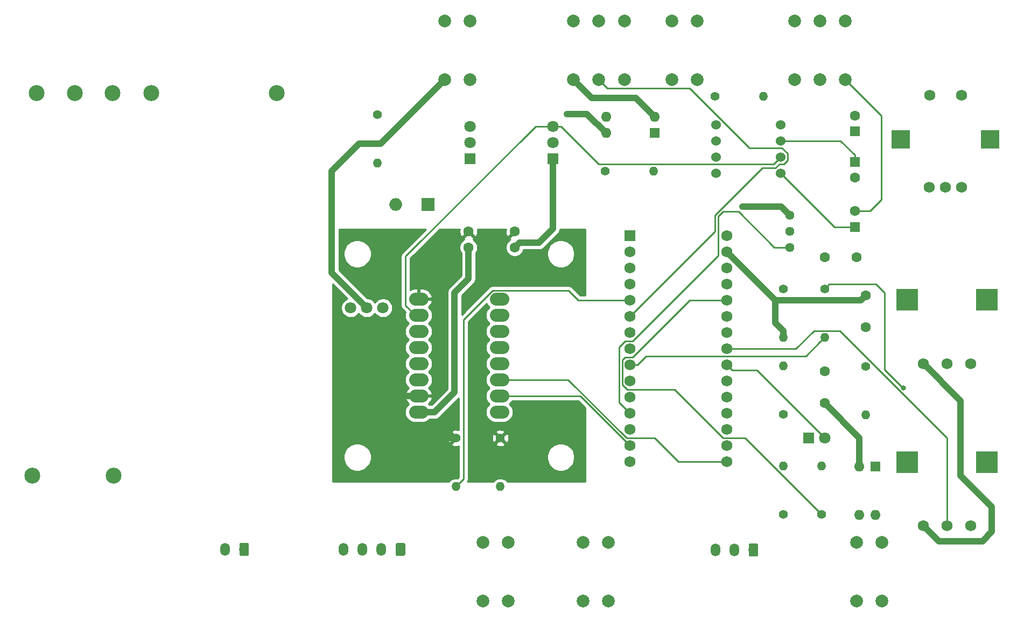
<source format=gbr>
G04 #@! TF.GenerationSoftware,KiCad,Pcbnew,(5.1.4)-1*
G04 #@! TF.CreationDate,2019-11-18T18:48:44+01:00*
G04 #@! TF.ProjectId,upuaut_2Nils,75707561-7574-45f3-924e-696c732e6b69,rev?*
G04 #@! TF.SameCoordinates,Original*
G04 #@! TF.FileFunction,Copper,L2,Bot*
G04 #@! TF.FilePolarity,Positive*
%FSLAX46Y46*%
G04 Gerber Fmt 4.6, Leading zero omitted, Abs format (unit mm)*
G04 Created by KiCad (PCBNEW (5.1.4)-1) date 2019-11-18 18:48:44*
%MOMM*%
%LPD*%
G04 APERTURE LIST*
%ADD10O,1.500000X2.020000*%
%ADD11C,0.100000*%
%ADD12C,1.500000*%
%ADD13C,1.800000*%
%ADD14C,2.000000*%
%ADD15R,3.500000X3.500000*%
%ADD16C,1.750000*%
%ADD17R,1.727200X1.727200*%
%ADD18C,1.727200*%
%ADD19O,1.600000X1.600000*%
%ADD20R,1.600000X1.600000*%
%ADD21O,3.048000X2.032000*%
%ADD22C,1.524000*%
%ADD23R,3.000000X3.000000*%
%ADD24R,1.800000X1.800000*%
%ADD25C,2.500000*%
%ADD26C,1.440000*%
%ADD27O,1.400000X1.400000*%
%ADD28C,1.400000*%
%ADD29C,1.600000*%
%ADD30O,2.000000X2.000000*%
%ADD31R,2.000000X2.000000*%
%ADD32C,0.800000*%
%ADD33C,1.000000*%
%ADD34C,0.250000*%
%ADD35C,0.254000*%
G04 APERTURE END LIST*
D10*
X120300000Y-135700000D03*
X123300000Y-135700000D03*
X126300000Y-135700000D03*
D11*
G36*
X129824504Y-134691204D02*
G01*
X129848773Y-134694804D01*
X129872571Y-134700765D01*
X129895671Y-134709030D01*
X129917849Y-134719520D01*
X129938893Y-134732133D01*
X129958598Y-134746747D01*
X129976777Y-134763223D01*
X129993253Y-134781402D01*
X130007867Y-134801107D01*
X130020480Y-134822151D01*
X130030970Y-134844329D01*
X130039235Y-134867429D01*
X130045196Y-134891227D01*
X130048796Y-134915496D01*
X130050000Y-134940000D01*
X130050000Y-136460000D01*
X130048796Y-136484504D01*
X130045196Y-136508773D01*
X130039235Y-136532571D01*
X130030970Y-136555671D01*
X130020480Y-136577849D01*
X130007867Y-136598893D01*
X129993253Y-136618598D01*
X129976777Y-136636777D01*
X129958598Y-136653253D01*
X129938893Y-136667867D01*
X129917849Y-136680480D01*
X129895671Y-136690970D01*
X129872571Y-136699235D01*
X129848773Y-136705196D01*
X129824504Y-136708796D01*
X129800000Y-136710000D01*
X128800000Y-136710000D01*
X128775496Y-136708796D01*
X128751227Y-136705196D01*
X128727429Y-136699235D01*
X128704329Y-136690970D01*
X128682151Y-136680480D01*
X128661107Y-136667867D01*
X128641402Y-136653253D01*
X128623223Y-136636777D01*
X128606747Y-136618598D01*
X128592133Y-136598893D01*
X128579520Y-136577849D01*
X128569030Y-136555671D01*
X128560765Y-136532571D01*
X128554804Y-136508773D01*
X128551204Y-136484504D01*
X128550000Y-136460000D01*
X128550000Y-134940000D01*
X128551204Y-134915496D01*
X128554804Y-134891227D01*
X128560765Y-134867429D01*
X128569030Y-134844329D01*
X128579520Y-134822151D01*
X128592133Y-134801107D01*
X128606747Y-134781402D01*
X128623223Y-134763223D01*
X128641402Y-134746747D01*
X128661107Y-134732133D01*
X128682151Y-134719520D01*
X128704329Y-134709030D01*
X128727429Y-134700765D01*
X128751227Y-134694804D01*
X128775496Y-134691204D01*
X128800000Y-134690000D01*
X129800000Y-134690000D01*
X129824504Y-134691204D01*
X129824504Y-134691204D01*
G37*
D12*
X129300000Y-135700000D03*
D10*
X101700000Y-135700000D03*
D11*
G36*
X105224504Y-134691204D02*
G01*
X105248773Y-134694804D01*
X105272571Y-134700765D01*
X105295671Y-134709030D01*
X105317849Y-134719520D01*
X105338893Y-134732133D01*
X105358598Y-134746747D01*
X105376777Y-134763223D01*
X105393253Y-134781402D01*
X105407867Y-134801107D01*
X105420480Y-134822151D01*
X105430970Y-134844329D01*
X105439235Y-134867429D01*
X105445196Y-134891227D01*
X105448796Y-134915496D01*
X105450000Y-134940000D01*
X105450000Y-136460000D01*
X105448796Y-136484504D01*
X105445196Y-136508773D01*
X105439235Y-136532571D01*
X105430970Y-136555671D01*
X105420480Y-136577849D01*
X105407867Y-136598893D01*
X105393253Y-136618598D01*
X105376777Y-136636777D01*
X105358598Y-136653253D01*
X105338893Y-136667867D01*
X105317849Y-136680480D01*
X105295671Y-136690970D01*
X105272571Y-136699235D01*
X105248773Y-136705196D01*
X105224504Y-136708796D01*
X105200000Y-136710000D01*
X104200000Y-136710000D01*
X104175496Y-136708796D01*
X104151227Y-136705196D01*
X104127429Y-136699235D01*
X104104329Y-136690970D01*
X104082151Y-136680480D01*
X104061107Y-136667867D01*
X104041402Y-136653253D01*
X104023223Y-136636777D01*
X104006747Y-136618598D01*
X103992133Y-136598893D01*
X103979520Y-136577849D01*
X103969030Y-136555671D01*
X103960765Y-136532571D01*
X103954804Y-136508773D01*
X103951204Y-136484504D01*
X103950000Y-136460000D01*
X103950000Y-134940000D01*
X103951204Y-134915496D01*
X103954804Y-134891227D01*
X103960765Y-134867429D01*
X103969030Y-134844329D01*
X103979520Y-134822151D01*
X103992133Y-134801107D01*
X104006747Y-134781402D01*
X104023223Y-134763223D01*
X104041402Y-134746747D01*
X104061107Y-134732133D01*
X104082151Y-134719520D01*
X104104329Y-134709030D01*
X104127429Y-134700765D01*
X104151227Y-134694804D01*
X104175496Y-134691204D01*
X104200000Y-134690000D01*
X105200000Y-134690000D01*
X105224504Y-134691204D01*
X105224504Y-134691204D01*
G37*
D12*
X104700000Y-135700000D03*
D10*
X178800000Y-135800000D03*
X181800000Y-135800000D03*
D11*
G36*
X185324504Y-134791204D02*
G01*
X185348773Y-134794804D01*
X185372571Y-134800765D01*
X185395671Y-134809030D01*
X185417849Y-134819520D01*
X185438893Y-134832133D01*
X185458598Y-134846747D01*
X185476777Y-134863223D01*
X185493253Y-134881402D01*
X185507867Y-134901107D01*
X185520480Y-134922151D01*
X185530970Y-134944329D01*
X185539235Y-134967429D01*
X185545196Y-134991227D01*
X185548796Y-135015496D01*
X185550000Y-135040000D01*
X185550000Y-136560000D01*
X185548796Y-136584504D01*
X185545196Y-136608773D01*
X185539235Y-136632571D01*
X185530970Y-136655671D01*
X185520480Y-136677849D01*
X185507867Y-136698893D01*
X185493253Y-136718598D01*
X185476777Y-136736777D01*
X185458598Y-136753253D01*
X185438893Y-136767867D01*
X185417849Y-136780480D01*
X185395671Y-136790970D01*
X185372571Y-136799235D01*
X185348773Y-136805196D01*
X185324504Y-136808796D01*
X185300000Y-136810000D01*
X184300000Y-136810000D01*
X184275496Y-136808796D01*
X184251227Y-136805196D01*
X184227429Y-136799235D01*
X184204329Y-136790970D01*
X184182151Y-136780480D01*
X184161107Y-136767867D01*
X184141402Y-136753253D01*
X184123223Y-136736777D01*
X184106747Y-136718598D01*
X184092133Y-136698893D01*
X184079520Y-136677849D01*
X184069030Y-136655671D01*
X184060765Y-136632571D01*
X184054804Y-136608773D01*
X184051204Y-136584504D01*
X184050000Y-136560000D01*
X184050000Y-135040000D01*
X184051204Y-135015496D01*
X184054804Y-134991227D01*
X184060765Y-134967429D01*
X184069030Y-134944329D01*
X184079520Y-134922151D01*
X184092133Y-134901107D01*
X184106747Y-134881402D01*
X184123223Y-134863223D01*
X184141402Y-134846747D01*
X184161107Y-134832133D01*
X184182151Y-134819520D01*
X184204329Y-134809030D01*
X184227429Y-134800765D01*
X184251227Y-134794804D01*
X184275496Y-134791204D01*
X184300000Y-134790000D01*
X185300000Y-134790000D01*
X185324504Y-134791204D01*
X185324504Y-134791204D01*
G37*
D12*
X184800000Y-135800000D03*
D13*
X121460000Y-97700000D03*
X124000000Y-97700000D03*
X126540000Y-97700000D03*
D14*
X160500000Y-61800000D03*
X160500000Y-52600000D03*
X156500000Y-61800000D03*
X164500000Y-61800000D03*
X156500000Y-52600000D03*
X164500000Y-52600000D03*
D15*
X221550000Y-96450000D03*
X208950000Y-96450000D03*
D16*
X211500000Y-106450000D03*
X215250000Y-106450000D03*
X219000000Y-106450000D03*
D17*
X165380000Y-86330000D03*
D18*
X165380000Y-88870000D03*
X165380000Y-91410000D03*
X165380000Y-93950000D03*
X165380000Y-96490000D03*
X165380000Y-99030000D03*
X165380000Y-101570000D03*
X165380000Y-104110000D03*
X165380000Y-106650000D03*
X165380000Y-109190000D03*
X165380000Y-111730000D03*
X165380000Y-114270000D03*
X165380000Y-116810000D03*
X165380000Y-119350000D03*
X165380000Y-121890000D03*
X180620000Y-121890000D03*
X180620000Y-119350000D03*
X180620000Y-116810000D03*
X180620000Y-114270000D03*
X180620000Y-111730000D03*
X180620000Y-109190000D03*
X180620000Y-106650000D03*
X180620000Y-104110000D03*
X180620000Y-101570000D03*
X180620000Y-99030000D03*
X180620000Y-96490000D03*
X180620000Y-93950000D03*
X180620000Y-91410000D03*
X180620000Y-88870000D03*
X180620000Y-86330000D03*
D14*
X172000000Y-61800000D03*
X176000000Y-61800000D03*
X172000000Y-52600000D03*
X176000000Y-52600000D03*
D19*
X204000000Y-130320000D03*
X201460000Y-122700000D03*
X201460000Y-130320000D03*
D20*
X204000000Y-122700000D03*
D14*
X162000000Y-134600000D03*
X158000000Y-134600000D03*
X162000000Y-143800000D03*
X158000000Y-143800000D03*
X146250000Y-134600000D03*
X142250000Y-134600000D03*
X146250000Y-143800000D03*
X142250000Y-143800000D03*
X136250000Y-61800000D03*
X140250000Y-61800000D03*
X136250000Y-52600000D03*
X140250000Y-52600000D03*
X205000000Y-134600000D03*
X201000000Y-134600000D03*
X205000000Y-143800000D03*
X201000000Y-143800000D03*
X195250000Y-61800000D03*
X195250000Y-52600000D03*
X191250000Y-61800000D03*
X199250000Y-61800000D03*
X191250000Y-52600000D03*
X199250000Y-52600000D03*
D21*
X144850000Y-96310000D03*
X144850000Y-98850000D03*
X144850000Y-101390000D03*
X144850000Y-103930000D03*
X144850000Y-106470000D03*
X144850000Y-109010000D03*
X144850000Y-111550000D03*
X144850000Y-114090000D03*
X132150000Y-114090000D03*
X132150000Y-111550000D03*
X132150000Y-109010000D03*
X132150000Y-106470000D03*
X132150000Y-103930000D03*
X132150000Y-101390000D03*
X132150000Y-98850000D03*
X132150000Y-96310000D03*
D22*
X189080000Y-68870000D03*
X189080000Y-71410000D03*
X189080000Y-73950000D03*
X189080000Y-76490000D03*
X178920000Y-76490000D03*
X178920000Y-73950000D03*
X178920000Y-71410000D03*
X178920000Y-68870000D03*
D16*
X212500000Y-64200000D03*
X217500000Y-64200000D03*
D23*
X222000000Y-71200000D03*
X208000000Y-71200000D03*
D16*
X215000000Y-78700000D03*
X217540000Y-78700000D03*
X212460000Y-78700000D03*
D15*
X221550000Y-121950000D03*
X208950000Y-121950000D03*
D16*
X211500000Y-131950000D03*
X215250000Y-131950000D03*
X219000000Y-131950000D03*
D24*
X153250000Y-74200000D03*
D13*
X153250000Y-71660000D03*
X153250000Y-69120000D03*
D24*
X140250000Y-74200000D03*
D13*
X140250000Y-71660000D03*
X140250000Y-69120000D03*
D19*
X161630000Y-70200000D03*
X169250000Y-67660000D03*
X161630000Y-67660000D03*
D20*
X169250000Y-70200000D03*
D25*
X84150000Y-124100000D03*
X71400000Y-124100000D03*
X109850000Y-63900000D03*
X90100000Y-63900000D03*
X84050000Y-63900000D03*
X78050000Y-63900000D03*
X72050000Y-63900000D03*
D26*
X190500000Y-83120000D03*
X190500000Y-85660000D03*
X190500000Y-88200000D03*
D27*
X202500000Y-114570000D03*
D28*
X202500000Y-106950000D03*
D27*
X125700000Y-74920000D03*
D28*
X125700000Y-67300000D03*
D27*
X195500000Y-122580000D03*
D28*
X195500000Y-130200000D03*
D27*
X189500000Y-106830000D03*
D28*
X189500000Y-114450000D03*
D27*
X186370000Y-64450000D03*
D28*
X178750000Y-64450000D03*
D27*
X189500000Y-102320000D03*
D28*
X189500000Y-94700000D03*
D27*
X189500000Y-122580000D03*
D28*
X189500000Y-130200000D03*
D27*
X145000000Y-125820000D03*
D28*
X145000000Y-118200000D03*
D27*
X138000000Y-125820000D03*
D28*
X138000000Y-118200000D03*
D27*
X169120000Y-76200000D03*
D28*
X161500000Y-76200000D03*
D27*
X196000000Y-102320000D03*
D28*
X196000000Y-94700000D03*
D29*
X140000000Y-85700000D03*
X140000000Y-88200000D03*
X147250000Y-85700000D03*
X147250000Y-88200000D03*
D30*
X128520000Y-81400000D03*
D31*
X133600000Y-81400000D03*
D13*
X196040000Y-118200000D03*
D24*
X193500000Y-118200000D03*
D29*
X200750000Y-77200000D03*
D20*
X200750000Y-74700000D03*
D29*
X200750000Y-82450000D03*
D20*
X200750000Y-84950000D03*
D29*
X196000000Y-89700000D03*
X201000000Y-89700000D03*
X200750000Y-67450000D03*
D20*
X200750000Y-69950000D03*
D29*
X196000000Y-112700000D03*
X196000000Y-107700000D03*
X202500000Y-100700000D03*
X202500000Y-95700000D03*
D32*
X183100000Y-81747630D03*
X162000000Y-64700000D03*
X208396154Y-110303846D03*
X155500000Y-67200000D03*
D33*
X138000000Y-118200000D02*
X129400000Y-118200000D01*
X129400000Y-118200000D02*
X128600000Y-117400000D01*
X129626000Y-111550000D02*
X132150000Y-111550000D01*
X128600000Y-112576000D02*
X129626000Y-111550000D01*
X128600000Y-117400000D02*
X128600000Y-112576000D01*
X189127630Y-81747630D02*
X190500000Y-83120000D01*
X183100000Y-81747630D02*
X189127630Y-81747630D01*
X201700001Y-96499999D02*
X202500000Y-95700000D01*
X188250000Y-96500000D02*
X201700001Y-96499999D01*
X180620000Y-88870000D02*
X188250000Y-96500000D01*
X201460000Y-118160000D02*
X196000000Y-112700000D01*
X201460000Y-122700000D02*
X201460000Y-118160000D01*
X188250000Y-100080051D02*
X188250000Y-96500000D01*
X189500000Y-101330051D02*
X188250000Y-100080051D01*
X189500000Y-102320000D02*
X189500000Y-101330051D01*
X217400000Y-112350000D02*
X211400000Y-106350000D01*
X213950000Y-134400000D02*
X220800000Y-134400000D01*
X220800000Y-134400000D02*
X222300000Y-132900000D01*
X211500000Y-131950000D02*
X213950000Y-134400000D01*
X222300000Y-132900000D02*
X222300000Y-129000000D01*
X222300000Y-129000000D02*
X217400000Y-124100000D01*
X217400000Y-124100000D02*
X217400000Y-112350000D01*
X156500000Y-61800000D02*
X159400000Y-64700000D01*
X166290000Y-64700000D02*
X169250000Y-67660000D01*
X159400000Y-64700000D02*
X162000000Y-64700000D01*
X162000000Y-64700000D02*
X166290000Y-64700000D01*
D34*
X195300001Y-103019999D02*
X196000000Y-102320000D01*
X193021399Y-105298601D02*
X195300001Y-103019999D01*
X167952713Y-105298601D02*
X193021399Y-105298601D01*
X166601314Y-106650000D02*
X167952713Y-105298601D01*
X165380000Y-106650000D02*
X166601314Y-106650000D01*
X197540000Y-84950000D02*
X200750000Y-84950000D01*
X189080000Y-76490000D02*
X197540000Y-84950000D01*
X199250000Y-61800000D02*
X204900000Y-67450000D01*
X204900000Y-67450000D02*
X204900000Y-80700000D01*
X203150000Y-82450000D02*
X200750000Y-82450000D01*
X204900000Y-80700000D02*
X203150000Y-82450000D01*
X200750000Y-73650000D02*
X200750000Y-74700000D01*
X198510000Y-71410000D02*
X200750000Y-73650000D01*
X189080000Y-71410000D02*
X198510000Y-71410000D01*
X195140001Y-117300001D02*
X196040000Y-118200000D01*
X185353599Y-107513599D02*
X195140001Y-117300001D01*
X181483599Y-107513599D02*
X185353599Y-107513599D01*
X180620000Y-106650000D02*
X181483599Y-107513599D01*
D33*
X134674000Y-114090000D02*
X137800000Y-110964000D01*
X132150000Y-114090000D02*
X134674000Y-114090000D01*
X137800000Y-110964000D02*
X137800000Y-95300000D01*
X140000000Y-93100000D02*
X140000000Y-88200000D01*
X137800000Y-95300000D02*
X140000000Y-93100000D01*
X153250000Y-74200000D02*
X153250000Y-85250000D01*
X148049999Y-87400001D02*
X147250000Y-88200000D01*
X151099999Y-87400001D02*
X148049999Y-87400001D01*
X153250000Y-85250000D02*
X151099999Y-87400001D01*
X118500000Y-92200000D02*
X124000000Y-97700000D01*
X118500000Y-76200000D02*
X118500000Y-92200000D01*
X122829999Y-71870001D02*
X118500000Y-76200000D01*
X136250000Y-61800000D02*
X126179999Y-71870001D01*
X126179999Y-71870001D02*
X122829999Y-71870001D01*
D34*
X153250000Y-69120000D02*
X150580000Y-69120000D01*
X131642000Y-98850000D02*
X132150000Y-98850000D01*
X130100990Y-97308990D02*
X131642000Y-98850000D01*
X130100990Y-89599010D02*
X130100990Y-97308990D01*
X150580000Y-69120000D02*
X130100990Y-89599010D01*
X188318001Y-74711999D02*
X189080000Y-73950000D01*
X187992999Y-75037001D02*
X188318001Y-74711999D01*
X160439793Y-75037001D02*
X187992999Y-75037001D01*
X154522792Y-69120000D02*
X160439793Y-75037001D01*
X153250000Y-69120000D02*
X154522792Y-69120000D01*
X196699999Y-94000001D02*
X204100001Y-94000001D01*
X196000000Y-94700000D02*
X196699999Y-94000001D01*
X205400000Y-95300000D02*
X205400000Y-107400000D01*
X204100001Y-94000001D02*
X205400000Y-95300000D01*
X205400000Y-107400000D02*
X208303846Y-110303846D01*
X208303846Y-110303846D02*
X208396154Y-110303846D01*
X138699999Y-125120001D02*
X138000000Y-125820000D01*
X139225001Y-124594999D02*
X138699999Y-125120001D01*
X139225001Y-99530525D02*
X139225001Y-124594999D01*
X143786536Y-94968990D02*
X139225001Y-99530525D01*
X155713464Y-94968990D02*
X143786536Y-94968990D01*
X157234474Y-96490000D02*
X155713464Y-94968990D01*
X165380000Y-96490000D02*
X157234474Y-96490000D01*
X180061399Y-118161399D02*
X183461399Y-118161399D01*
X172441399Y-110541399D02*
X180061399Y-118161399D01*
X164972269Y-110541399D02*
X172441399Y-110541399D01*
X164191399Y-109760529D02*
X164972269Y-110541399D01*
X164191399Y-105908601D02*
X164191399Y-109760529D01*
X164638601Y-105461399D02*
X164191399Y-105908601D01*
X165787731Y-105461399D02*
X164638601Y-105461399D01*
X194800001Y-129500001D02*
X195500000Y-130200000D01*
X174759130Y-96490000D02*
X165787731Y-105461399D01*
X183461399Y-118161399D02*
X194800001Y-129500001D01*
X180620000Y-96490000D02*
X174759130Y-96490000D01*
X189481767Y-88200000D02*
X190500000Y-88200000D01*
X182442786Y-82539999D02*
X188102787Y-88200000D01*
X180019999Y-82539999D02*
X182442786Y-82539999D01*
X179231399Y-83328599D02*
X180019999Y-82539999D01*
X179231399Y-89477731D02*
X179231399Y-83328599D01*
X165787731Y-102921399D02*
X179231399Y-89477731D01*
X163700000Y-103868072D02*
X164646673Y-102921399D01*
X188102787Y-88200000D02*
X189481767Y-88200000D01*
X164646673Y-102921399D02*
X165787731Y-102921399D01*
X163700000Y-112590000D02*
X163700000Y-103868072D01*
X165380000Y-114270000D02*
X163700000Y-112590000D01*
D33*
X158630000Y-67200000D02*
X161630000Y-70200000D01*
X155500000Y-67200000D02*
X158630000Y-67200000D01*
D34*
X181841314Y-104110000D02*
X180620000Y-104110000D01*
X191490000Y-104110000D02*
X181841314Y-104110000D01*
X194305001Y-101294999D02*
X191490000Y-104110000D01*
X198362001Y-101294999D02*
X194305001Y-101294999D01*
X215250000Y-118182998D02*
X198362001Y-101294999D01*
X215250000Y-131950000D02*
X215250000Y-118182998D01*
X157580000Y-111550000D02*
X165380000Y-119350000D01*
X144850000Y-111550000D02*
X157580000Y-111550000D01*
X164827809Y-118161399D02*
X169261399Y-118161399D01*
X144850000Y-109010000D02*
X155676410Y-109010000D01*
X155676410Y-109010000D02*
X164827809Y-118161399D01*
X169261399Y-118161399D02*
X173000000Y-121900000D01*
X173010000Y-121890000D02*
X180620000Y-121890000D01*
X173000000Y-121900000D02*
X173010000Y-121890000D01*
X174783763Y-63125001D02*
X161825001Y-63125001D01*
X184155763Y-72497001D02*
X174783763Y-63125001D01*
X189235763Y-72497001D02*
X184155763Y-72497001D01*
X189601761Y-75037001D02*
X190167001Y-74471761D01*
X190167001Y-73428239D02*
X189235763Y-72497001D01*
X188924237Y-75037001D02*
X189601761Y-75037001D01*
X186223588Y-75700000D02*
X188261238Y-75700000D01*
X178781390Y-83142198D02*
X186223588Y-75700000D01*
X161499999Y-62799999D02*
X160500000Y-61800000D01*
X188261238Y-75700000D02*
X188924237Y-75037001D01*
X178781389Y-85628611D02*
X178781390Y-83142198D01*
X161825001Y-63125001D02*
X161499999Y-62799999D01*
X190167001Y-74471761D02*
X190167001Y-73428239D01*
X165380000Y-99030000D02*
X178781389Y-85628611D01*
D35*
G36*
X142962602Y-97231684D02*
G01*
X143168918Y-97483082D01*
X143287014Y-97580000D01*
X143168918Y-97676918D01*
X142962602Y-97928316D01*
X142809295Y-98215133D01*
X142714889Y-98526347D01*
X142683012Y-98850000D01*
X142714889Y-99173653D01*
X142809295Y-99484867D01*
X142962602Y-99771684D01*
X143168918Y-100023082D01*
X143287014Y-100120000D01*
X143168918Y-100216918D01*
X142962602Y-100468316D01*
X142809295Y-100755133D01*
X142714889Y-101066347D01*
X142683012Y-101390000D01*
X142714889Y-101713653D01*
X142809295Y-102024867D01*
X142962602Y-102311684D01*
X143168918Y-102563082D01*
X143287014Y-102660000D01*
X143168918Y-102756918D01*
X142962602Y-103008316D01*
X142809295Y-103295133D01*
X142714889Y-103606347D01*
X142683012Y-103930000D01*
X142714889Y-104253653D01*
X142809295Y-104564867D01*
X142962602Y-104851684D01*
X143168918Y-105103082D01*
X143287014Y-105200000D01*
X143168918Y-105296918D01*
X142962602Y-105548316D01*
X142809295Y-105835133D01*
X142714889Y-106146347D01*
X142683012Y-106470000D01*
X142714889Y-106793653D01*
X142809295Y-107104867D01*
X142962602Y-107391684D01*
X143168918Y-107643082D01*
X143287014Y-107740000D01*
X143168918Y-107836918D01*
X142962602Y-108088316D01*
X142809295Y-108375133D01*
X142714889Y-108686347D01*
X142683012Y-109010000D01*
X142714889Y-109333653D01*
X142809295Y-109644867D01*
X142962602Y-109931684D01*
X143168918Y-110183082D01*
X143287014Y-110280000D01*
X143168918Y-110376918D01*
X142962602Y-110628316D01*
X142809295Y-110915133D01*
X142714889Y-111226347D01*
X142683012Y-111550000D01*
X142714889Y-111873653D01*
X142809295Y-112184867D01*
X142962602Y-112471684D01*
X143168918Y-112723082D01*
X143287014Y-112820000D01*
X143168918Y-112916918D01*
X142962602Y-113168316D01*
X142809295Y-113455133D01*
X142714889Y-113766347D01*
X142683012Y-114090000D01*
X142714889Y-114413653D01*
X142809295Y-114724867D01*
X142962602Y-115011684D01*
X143168918Y-115263082D01*
X143420316Y-115469398D01*
X143707133Y-115622705D01*
X144018347Y-115717111D01*
X144260896Y-115741000D01*
X145439104Y-115741000D01*
X145681653Y-115717111D01*
X145992867Y-115622705D01*
X146279684Y-115469398D01*
X146531082Y-115263082D01*
X146737398Y-115011684D01*
X146890705Y-114724867D01*
X146985111Y-114413653D01*
X147016988Y-114090000D01*
X146985111Y-113766347D01*
X146890705Y-113455133D01*
X146737398Y-113168316D01*
X146531082Y-112916918D01*
X146412986Y-112820000D01*
X146531082Y-112723082D01*
X146737398Y-112471684D01*
X146823820Y-112310000D01*
X157265199Y-112310000D01*
X158373000Y-113417801D01*
X158373000Y-125073000D01*
X146113966Y-125073000D01*
X145948555Y-124871445D01*
X145745275Y-124704618D01*
X145513354Y-124580653D01*
X145261706Y-124504317D01*
X145065579Y-124485000D01*
X144934421Y-124485000D01*
X144738294Y-124504317D01*
X144486646Y-124580653D01*
X144254725Y-124704618D01*
X144051445Y-124871445D01*
X143886034Y-125073000D01*
X139815885Y-125073000D01*
X139859975Y-125019276D01*
X139930547Y-124887246D01*
X139948593Y-124827755D01*
X139974004Y-124743985D01*
X139985001Y-124632332D01*
X139985001Y-124632322D01*
X139988677Y-124594999D01*
X139985001Y-124557676D01*
X139985001Y-120983872D01*
X152305618Y-120983872D01*
X152305618Y-121416128D01*
X152389947Y-121840078D01*
X152555364Y-122239430D01*
X152795512Y-122598837D01*
X153101163Y-122904488D01*
X153460570Y-123144636D01*
X153859922Y-123310053D01*
X154283872Y-123394382D01*
X154716128Y-123394382D01*
X155140078Y-123310053D01*
X155539430Y-123144636D01*
X155898837Y-122904488D01*
X156204488Y-122598837D01*
X156444636Y-122239430D01*
X156610053Y-121840078D01*
X156694382Y-121416128D01*
X156694382Y-120983872D01*
X156610053Y-120559922D01*
X156444636Y-120160570D01*
X156204488Y-119801163D01*
X155898837Y-119495512D01*
X155539430Y-119255364D01*
X155140078Y-119089947D01*
X154716128Y-119005618D01*
X154283872Y-119005618D01*
X153859922Y-119089947D01*
X153460570Y-119255364D01*
X153101163Y-119495512D01*
X152795512Y-119801163D01*
X152555364Y-120160570D01*
X152389947Y-120559922D01*
X152305618Y-120983872D01*
X139985001Y-120983872D01*
X139985001Y-119121269D01*
X144258336Y-119121269D01*
X144317797Y-119355037D01*
X144556242Y-119465934D01*
X144811740Y-119528183D01*
X145074473Y-119539390D01*
X145334344Y-119499125D01*
X145581366Y-119408935D01*
X145682203Y-119355037D01*
X145741664Y-119121269D01*
X145000000Y-118379605D01*
X144258336Y-119121269D01*
X139985001Y-119121269D01*
X139985001Y-118274473D01*
X143660610Y-118274473D01*
X143700875Y-118534344D01*
X143791065Y-118781366D01*
X143844963Y-118882203D01*
X144078731Y-118941664D01*
X144820395Y-118200000D01*
X145179605Y-118200000D01*
X145921269Y-118941664D01*
X146155037Y-118882203D01*
X146265934Y-118643758D01*
X146328183Y-118388260D01*
X146339390Y-118125527D01*
X146299125Y-117865656D01*
X146208935Y-117618634D01*
X146155037Y-117517797D01*
X145921269Y-117458336D01*
X145179605Y-118200000D01*
X144820395Y-118200000D01*
X144078731Y-117458336D01*
X143844963Y-117517797D01*
X143734066Y-117756242D01*
X143671817Y-118011740D01*
X143660610Y-118274473D01*
X139985001Y-118274473D01*
X139985001Y-117278731D01*
X144258336Y-117278731D01*
X145000000Y-118020395D01*
X145741664Y-117278731D01*
X145682203Y-117044963D01*
X145443758Y-116934066D01*
X145188260Y-116871817D01*
X144925527Y-116860610D01*
X144665656Y-116900875D01*
X144418634Y-116991065D01*
X144317797Y-117044963D01*
X144258336Y-117278731D01*
X139985001Y-117278731D01*
X139985001Y-99845326D01*
X142835826Y-96994502D01*
X142962602Y-97231684D01*
X142962602Y-97231684D01*
G37*
X142962602Y-97231684D02*
X143168918Y-97483082D01*
X143287014Y-97580000D01*
X143168918Y-97676918D01*
X142962602Y-97928316D01*
X142809295Y-98215133D01*
X142714889Y-98526347D01*
X142683012Y-98850000D01*
X142714889Y-99173653D01*
X142809295Y-99484867D01*
X142962602Y-99771684D01*
X143168918Y-100023082D01*
X143287014Y-100120000D01*
X143168918Y-100216918D01*
X142962602Y-100468316D01*
X142809295Y-100755133D01*
X142714889Y-101066347D01*
X142683012Y-101390000D01*
X142714889Y-101713653D01*
X142809295Y-102024867D01*
X142962602Y-102311684D01*
X143168918Y-102563082D01*
X143287014Y-102660000D01*
X143168918Y-102756918D01*
X142962602Y-103008316D01*
X142809295Y-103295133D01*
X142714889Y-103606347D01*
X142683012Y-103930000D01*
X142714889Y-104253653D01*
X142809295Y-104564867D01*
X142962602Y-104851684D01*
X143168918Y-105103082D01*
X143287014Y-105200000D01*
X143168918Y-105296918D01*
X142962602Y-105548316D01*
X142809295Y-105835133D01*
X142714889Y-106146347D01*
X142683012Y-106470000D01*
X142714889Y-106793653D01*
X142809295Y-107104867D01*
X142962602Y-107391684D01*
X143168918Y-107643082D01*
X143287014Y-107740000D01*
X143168918Y-107836918D01*
X142962602Y-108088316D01*
X142809295Y-108375133D01*
X142714889Y-108686347D01*
X142683012Y-109010000D01*
X142714889Y-109333653D01*
X142809295Y-109644867D01*
X142962602Y-109931684D01*
X143168918Y-110183082D01*
X143287014Y-110280000D01*
X143168918Y-110376918D01*
X142962602Y-110628316D01*
X142809295Y-110915133D01*
X142714889Y-111226347D01*
X142683012Y-111550000D01*
X142714889Y-111873653D01*
X142809295Y-112184867D01*
X142962602Y-112471684D01*
X143168918Y-112723082D01*
X143287014Y-112820000D01*
X143168918Y-112916918D01*
X142962602Y-113168316D01*
X142809295Y-113455133D01*
X142714889Y-113766347D01*
X142683012Y-114090000D01*
X142714889Y-114413653D01*
X142809295Y-114724867D01*
X142962602Y-115011684D01*
X143168918Y-115263082D01*
X143420316Y-115469398D01*
X143707133Y-115622705D01*
X144018347Y-115717111D01*
X144260896Y-115741000D01*
X145439104Y-115741000D01*
X145681653Y-115717111D01*
X145992867Y-115622705D01*
X146279684Y-115469398D01*
X146531082Y-115263082D01*
X146737398Y-115011684D01*
X146890705Y-114724867D01*
X146985111Y-114413653D01*
X147016988Y-114090000D01*
X146985111Y-113766347D01*
X146890705Y-113455133D01*
X146737398Y-113168316D01*
X146531082Y-112916918D01*
X146412986Y-112820000D01*
X146531082Y-112723082D01*
X146737398Y-112471684D01*
X146823820Y-112310000D01*
X157265199Y-112310000D01*
X158373000Y-113417801D01*
X158373000Y-125073000D01*
X146113966Y-125073000D01*
X145948555Y-124871445D01*
X145745275Y-124704618D01*
X145513354Y-124580653D01*
X145261706Y-124504317D01*
X145065579Y-124485000D01*
X144934421Y-124485000D01*
X144738294Y-124504317D01*
X144486646Y-124580653D01*
X144254725Y-124704618D01*
X144051445Y-124871445D01*
X143886034Y-125073000D01*
X139815885Y-125073000D01*
X139859975Y-125019276D01*
X139930547Y-124887246D01*
X139948593Y-124827755D01*
X139974004Y-124743985D01*
X139985001Y-124632332D01*
X139985001Y-124632322D01*
X139988677Y-124594999D01*
X139985001Y-124557676D01*
X139985001Y-120983872D01*
X152305618Y-120983872D01*
X152305618Y-121416128D01*
X152389947Y-121840078D01*
X152555364Y-122239430D01*
X152795512Y-122598837D01*
X153101163Y-122904488D01*
X153460570Y-123144636D01*
X153859922Y-123310053D01*
X154283872Y-123394382D01*
X154716128Y-123394382D01*
X155140078Y-123310053D01*
X155539430Y-123144636D01*
X155898837Y-122904488D01*
X156204488Y-122598837D01*
X156444636Y-122239430D01*
X156610053Y-121840078D01*
X156694382Y-121416128D01*
X156694382Y-120983872D01*
X156610053Y-120559922D01*
X156444636Y-120160570D01*
X156204488Y-119801163D01*
X155898837Y-119495512D01*
X155539430Y-119255364D01*
X155140078Y-119089947D01*
X154716128Y-119005618D01*
X154283872Y-119005618D01*
X153859922Y-119089947D01*
X153460570Y-119255364D01*
X153101163Y-119495512D01*
X152795512Y-119801163D01*
X152555364Y-120160570D01*
X152389947Y-120559922D01*
X152305618Y-120983872D01*
X139985001Y-120983872D01*
X139985001Y-119121269D01*
X144258336Y-119121269D01*
X144317797Y-119355037D01*
X144556242Y-119465934D01*
X144811740Y-119528183D01*
X145074473Y-119539390D01*
X145334344Y-119499125D01*
X145581366Y-119408935D01*
X145682203Y-119355037D01*
X145741664Y-119121269D01*
X145000000Y-118379605D01*
X144258336Y-119121269D01*
X139985001Y-119121269D01*
X139985001Y-118274473D01*
X143660610Y-118274473D01*
X143700875Y-118534344D01*
X143791065Y-118781366D01*
X143844963Y-118882203D01*
X144078731Y-118941664D01*
X144820395Y-118200000D01*
X145179605Y-118200000D01*
X145921269Y-118941664D01*
X146155037Y-118882203D01*
X146265934Y-118643758D01*
X146328183Y-118388260D01*
X146339390Y-118125527D01*
X146299125Y-117865656D01*
X146208935Y-117618634D01*
X146155037Y-117517797D01*
X145921269Y-117458336D01*
X145179605Y-118200000D01*
X144820395Y-118200000D01*
X144078731Y-117458336D01*
X143844963Y-117517797D01*
X143734066Y-117756242D01*
X143671817Y-118011740D01*
X143660610Y-118274473D01*
X139985001Y-118274473D01*
X139985001Y-117278731D01*
X144258336Y-117278731D01*
X145000000Y-118020395D01*
X145741664Y-117278731D01*
X145682203Y-117044963D01*
X145443758Y-116934066D01*
X145188260Y-116871817D01*
X144925527Y-116860610D01*
X144665656Y-116900875D01*
X144418634Y-116991065D01*
X144317797Y-117044963D01*
X144258336Y-117278731D01*
X139985001Y-117278731D01*
X139985001Y-99845326D01*
X142835826Y-96994502D01*
X142962602Y-97231684D01*
G36*
X129589993Y-89035206D02*
G01*
X129560989Y-89059009D01*
X129515237Y-89114759D01*
X129466016Y-89174734D01*
X129409812Y-89279884D01*
X129395444Y-89306764D01*
X129351987Y-89450025D01*
X129340990Y-89561678D01*
X129340990Y-89561688D01*
X129337314Y-89599010D01*
X129340990Y-89636332D01*
X129340991Y-97271658D01*
X129337314Y-97308990D01*
X129351988Y-97457975D01*
X129395444Y-97601236D01*
X129466016Y-97733266D01*
X129537191Y-97819992D01*
X129560990Y-97848991D01*
X129589988Y-97872789D01*
X130068108Y-98350909D01*
X130014889Y-98526347D01*
X129983012Y-98850000D01*
X130014889Y-99173653D01*
X130109295Y-99484867D01*
X130262602Y-99771684D01*
X130468918Y-100023082D01*
X130587014Y-100120000D01*
X130468918Y-100216918D01*
X130262602Y-100468316D01*
X130109295Y-100755133D01*
X130014889Y-101066347D01*
X129983012Y-101390000D01*
X130014889Y-101713653D01*
X130109295Y-102024867D01*
X130262602Y-102311684D01*
X130468918Y-102563082D01*
X130587014Y-102660000D01*
X130468918Y-102756918D01*
X130262602Y-103008316D01*
X130109295Y-103295133D01*
X130014889Y-103606347D01*
X129983012Y-103930000D01*
X130014889Y-104253653D01*
X130109295Y-104564867D01*
X130262602Y-104851684D01*
X130468918Y-105103082D01*
X130587014Y-105200000D01*
X130468918Y-105296918D01*
X130262602Y-105548316D01*
X130109295Y-105835133D01*
X130014889Y-106146347D01*
X129983012Y-106470000D01*
X130014889Y-106793653D01*
X130109295Y-107104867D01*
X130262602Y-107391684D01*
X130468918Y-107643082D01*
X130587014Y-107740000D01*
X130468918Y-107836918D01*
X130262602Y-108088316D01*
X130109295Y-108375133D01*
X130014889Y-108686347D01*
X129983012Y-109010000D01*
X130014889Y-109333653D01*
X130109295Y-109644867D01*
X130262602Y-109931684D01*
X130468918Y-110183082D01*
X130586225Y-110279353D01*
X130384764Y-110472369D01*
X130198686Y-110738350D01*
X130068074Y-111035522D01*
X130036025Y-111167056D01*
X130155164Y-111423000D01*
X132023000Y-111423000D01*
X132023000Y-111403000D01*
X132277000Y-111403000D01*
X132277000Y-111423000D01*
X134144836Y-111423000D01*
X134263975Y-111167056D01*
X134231926Y-111035522D01*
X134101314Y-110738350D01*
X133915236Y-110472369D01*
X133713775Y-110279353D01*
X133831082Y-110183082D01*
X134037398Y-109931684D01*
X134190705Y-109644867D01*
X134285111Y-109333653D01*
X134316988Y-109010000D01*
X134285111Y-108686347D01*
X134190705Y-108375133D01*
X134037398Y-108088316D01*
X133831082Y-107836918D01*
X133712986Y-107740000D01*
X133831082Y-107643082D01*
X134037398Y-107391684D01*
X134190705Y-107104867D01*
X134285111Y-106793653D01*
X134316988Y-106470000D01*
X134285111Y-106146347D01*
X134190705Y-105835133D01*
X134037398Y-105548316D01*
X133831082Y-105296918D01*
X133712986Y-105200000D01*
X133831082Y-105103082D01*
X134037398Y-104851684D01*
X134190705Y-104564867D01*
X134285111Y-104253653D01*
X134316988Y-103930000D01*
X134285111Y-103606347D01*
X134190705Y-103295133D01*
X134037398Y-103008316D01*
X133831082Y-102756918D01*
X133712986Y-102660000D01*
X133831082Y-102563082D01*
X134037398Y-102311684D01*
X134190705Y-102024867D01*
X134285111Y-101713653D01*
X134316988Y-101390000D01*
X134285111Y-101066347D01*
X134190705Y-100755133D01*
X134037398Y-100468316D01*
X133831082Y-100216918D01*
X133712986Y-100120000D01*
X133831082Y-100023082D01*
X134037398Y-99771684D01*
X134190705Y-99484867D01*
X134285111Y-99173653D01*
X134316988Y-98850000D01*
X134285111Y-98526347D01*
X134190705Y-98215133D01*
X134037398Y-97928316D01*
X133831082Y-97676918D01*
X133713775Y-97580647D01*
X133915236Y-97387631D01*
X134101314Y-97121650D01*
X134231926Y-96824478D01*
X134263975Y-96692944D01*
X134144836Y-96437000D01*
X132277000Y-96437000D01*
X132277000Y-96457000D01*
X132023000Y-96457000D01*
X132023000Y-96437000D01*
X132003000Y-96437000D01*
X132003000Y-96183000D01*
X132023000Y-96183000D01*
X132023000Y-94659000D01*
X132277000Y-94659000D01*
X132277000Y-96183000D01*
X134144836Y-96183000D01*
X134263975Y-95927056D01*
X134231926Y-95795522D01*
X134101314Y-95498350D01*
X133915236Y-95232369D01*
X133680843Y-95007801D01*
X133407143Y-94833276D01*
X133104654Y-94715500D01*
X132785000Y-94659000D01*
X132277000Y-94659000D01*
X132023000Y-94659000D01*
X131515000Y-94659000D01*
X131195346Y-94715500D01*
X130892857Y-94833276D01*
X130860990Y-94853596D01*
X130860990Y-89913811D01*
X135447801Y-85327000D01*
X138614103Y-85327000D01*
X138573700Y-85488184D01*
X138559783Y-85770512D01*
X138601213Y-86050130D01*
X138696397Y-86316292D01*
X138763329Y-86441514D01*
X139007298Y-86513097D01*
X139820395Y-85700000D01*
X139806253Y-85685858D01*
X139985858Y-85506253D01*
X140000000Y-85520395D01*
X140014143Y-85506253D01*
X140193748Y-85685858D01*
X140179605Y-85700000D01*
X140992702Y-86513097D01*
X141236671Y-86441514D01*
X141357571Y-86186004D01*
X141426300Y-85911816D01*
X141440217Y-85629488D01*
X141398787Y-85349870D01*
X141390608Y-85327000D01*
X145864103Y-85327000D01*
X145823700Y-85488184D01*
X145809783Y-85770512D01*
X145851213Y-86050130D01*
X145946397Y-86316292D01*
X146013329Y-86441514D01*
X146257298Y-86513097D01*
X147070395Y-85700000D01*
X147056253Y-85685858D01*
X147235858Y-85506253D01*
X147250000Y-85520395D01*
X147264143Y-85506253D01*
X147443748Y-85685858D01*
X147429605Y-85700000D01*
X147443748Y-85714143D01*
X147264143Y-85893748D01*
X147250000Y-85879605D01*
X146436903Y-86692702D01*
X146508486Y-86936671D01*
X146537341Y-86950324D01*
X146335241Y-87085363D01*
X146135363Y-87285241D01*
X145978320Y-87520273D01*
X145870147Y-87781426D01*
X145815000Y-88058665D01*
X145815000Y-88341335D01*
X145870147Y-88618574D01*
X145978320Y-88879727D01*
X146135363Y-89114759D01*
X146335241Y-89314637D01*
X146570273Y-89471680D01*
X146831426Y-89579853D01*
X147108665Y-89635000D01*
X147391335Y-89635000D01*
X147668574Y-89579853D01*
X147929727Y-89471680D01*
X148164759Y-89314637D01*
X148364637Y-89114759D01*
X148452092Y-88983872D01*
X152305618Y-88983872D01*
X152305618Y-89416128D01*
X152389947Y-89840078D01*
X152555364Y-90239430D01*
X152795512Y-90598837D01*
X153101163Y-90904488D01*
X153460570Y-91144636D01*
X153859922Y-91310053D01*
X154283872Y-91394382D01*
X154716128Y-91394382D01*
X155140078Y-91310053D01*
X155539430Y-91144636D01*
X155898837Y-90904488D01*
X156204488Y-90598837D01*
X156444636Y-90239430D01*
X156610053Y-89840078D01*
X156694382Y-89416128D01*
X156694382Y-88983872D01*
X156610053Y-88559922D01*
X156444636Y-88160570D01*
X156204488Y-87801163D01*
X155898837Y-87495512D01*
X155539430Y-87255364D01*
X155140078Y-87089947D01*
X154716128Y-87005618D01*
X154283872Y-87005618D01*
X153859922Y-87089947D01*
X153460570Y-87255364D01*
X153101163Y-87495512D01*
X152795512Y-87801163D01*
X152555364Y-88160570D01*
X152389947Y-88559922D01*
X152305618Y-88983872D01*
X148452092Y-88983872D01*
X148521680Y-88879727D01*
X148629853Y-88618574D01*
X148646477Y-88535001D01*
X151044248Y-88535001D01*
X151099999Y-88540492D01*
X151155750Y-88535001D01*
X151155751Y-88535001D01*
X151322498Y-88518578D01*
X151536446Y-88453677D01*
X151733622Y-88348285D01*
X151906448Y-88206450D01*
X151941995Y-88163137D01*
X154013146Y-86091987D01*
X154056449Y-86056449D01*
X154198284Y-85883623D01*
X154303676Y-85686447D01*
X154368577Y-85472499D01*
X154382907Y-85327000D01*
X158373000Y-85327000D01*
X158373000Y-95730000D01*
X157549276Y-95730000D01*
X156277268Y-94457993D01*
X156253465Y-94428989D01*
X156137740Y-94334016D01*
X156005711Y-94263444D01*
X155862450Y-94219987D01*
X155750797Y-94208990D01*
X155750786Y-94208990D01*
X155713464Y-94205314D01*
X155676142Y-94208990D01*
X143823861Y-94208990D01*
X143786536Y-94205314D01*
X143749211Y-94208990D01*
X143749203Y-94208990D01*
X143637550Y-94219987D01*
X143494289Y-94263444D01*
X143362260Y-94334016D01*
X143246535Y-94428989D01*
X143222737Y-94457987D01*
X138935000Y-98745725D01*
X138935000Y-95770131D01*
X140763141Y-93941991D01*
X140806449Y-93906449D01*
X140948284Y-93733623D01*
X141053676Y-93536447D01*
X141118577Y-93322499D01*
X141135000Y-93155752D01*
X141135000Y-93155751D01*
X141140491Y-93100000D01*
X141135000Y-93044248D01*
X141135000Y-89084284D01*
X141271680Y-88879727D01*
X141379853Y-88618574D01*
X141435000Y-88341335D01*
X141435000Y-88058665D01*
X141379853Y-87781426D01*
X141271680Y-87520273D01*
X141114637Y-87285241D01*
X140914759Y-87085363D01*
X140714131Y-86951308D01*
X140741514Y-86936671D01*
X140813097Y-86692702D01*
X140000000Y-85879605D01*
X139186903Y-86692702D01*
X139258486Y-86936671D01*
X139287341Y-86950324D01*
X139085241Y-87085363D01*
X138885363Y-87285241D01*
X138728320Y-87520273D01*
X138620147Y-87781426D01*
X138565000Y-88058665D01*
X138565000Y-88341335D01*
X138620147Y-88618574D01*
X138728320Y-88879727D01*
X138865001Y-89084285D01*
X138865000Y-92629868D01*
X137036860Y-94458009D01*
X136993552Y-94493551D01*
X136851717Y-94666377D01*
X136795384Y-94771770D01*
X136746324Y-94863554D01*
X136681423Y-95077502D01*
X136659509Y-95300000D01*
X136665001Y-95355761D01*
X136665000Y-110493867D01*
X134203869Y-112955000D01*
X133862335Y-112955000D01*
X133831082Y-112916918D01*
X133713775Y-112820647D01*
X133915236Y-112627631D01*
X134101314Y-112361650D01*
X134231926Y-112064478D01*
X134263975Y-111932944D01*
X134144836Y-111677000D01*
X132277000Y-111677000D01*
X132277000Y-111697000D01*
X132023000Y-111697000D01*
X132023000Y-111677000D01*
X130155164Y-111677000D01*
X130036025Y-111932944D01*
X130068074Y-112064478D01*
X130198686Y-112361650D01*
X130384764Y-112627631D01*
X130586225Y-112820647D01*
X130468918Y-112916918D01*
X130262602Y-113168316D01*
X130109295Y-113455133D01*
X130014889Y-113766347D01*
X129983012Y-114090000D01*
X130014889Y-114413653D01*
X130109295Y-114724867D01*
X130262602Y-115011684D01*
X130468918Y-115263082D01*
X130720316Y-115469398D01*
X131007133Y-115622705D01*
X131318347Y-115717111D01*
X131560896Y-115741000D01*
X132739104Y-115741000D01*
X132981653Y-115717111D01*
X133292867Y-115622705D01*
X133579684Y-115469398D01*
X133831082Y-115263082D01*
X133862335Y-115225000D01*
X134618249Y-115225000D01*
X134674000Y-115230491D01*
X134729751Y-115225000D01*
X134729752Y-115225000D01*
X134896499Y-115208577D01*
X135110447Y-115143676D01*
X135307623Y-115038284D01*
X135480449Y-114896449D01*
X135515996Y-114853135D01*
X138465001Y-111904131D01*
X138465002Y-116943946D01*
X138443758Y-116934066D01*
X138188260Y-116871817D01*
X137925527Y-116860610D01*
X137665656Y-116900875D01*
X137418634Y-116991065D01*
X137317797Y-117044963D01*
X137258336Y-117278731D01*
X138000000Y-118020395D01*
X138014143Y-118006253D01*
X138193748Y-118185858D01*
X138179605Y-118200000D01*
X138193748Y-118214143D01*
X138014143Y-118393748D01*
X138000000Y-118379605D01*
X137258336Y-119121269D01*
X137317797Y-119355037D01*
X137556242Y-119465934D01*
X137811740Y-119528183D01*
X138074473Y-119539390D01*
X138334344Y-119499125D01*
X138465002Y-119451421D01*
X138465002Y-124280196D01*
X138242749Y-124502450D01*
X138065579Y-124485000D01*
X137934421Y-124485000D01*
X137738294Y-124504317D01*
X137486646Y-124580653D01*
X137254725Y-124704618D01*
X137051445Y-124871445D01*
X136886034Y-125073000D01*
X118627000Y-125073000D01*
X118627000Y-120983872D01*
X120305618Y-120983872D01*
X120305618Y-121416128D01*
X120389947Y-121840078D01*
X120555364Y-122239430D01*
X120795512Y-122598837D01*
X121101163Y-122904488D01*
X121460570Y-123144636D01*
X121859922Y-123310053D01*
X122283872Y-123394382D01*
X122716128Y-123394382D01*
X123140078Y-123310053D01*
X123539430Y-123144636D01*
X123898837Y-122904488D01*
X124204488Y-122598837D01*
X124444636Y-122239430D01*
X124610053Y-121840078D01*
X124694382Y-121416128D01*
X124694382Y-120983872D01*
X124610053Y-120559922D01*
X124444636Y-120160570D01*
X124204488Y-119801163D01*
X123898837Y-119495512D01*
X123539430Y-119255364D01*
X123140078Y-119089947D01*
X122716128Y-119005618D01*
X122283872Y-119005618D01*
X121859922Y-119089947D01*
X121460570Y-119255364D01*
X121101163Y-119495512D01*
X120795512Y-119801163D01*
X120555364Y-120160570D01*
X120389947Y-120559922D01*
X120305618Y-120983872D01*
X118627000Y-120983872D01*
X118627000Y-118274473D01*
X136660610Y-118274473D01*
X136700875Y-118534344D01*
X136791065Y-118781366D01*
X136844963Y-118882203D01*
X137078731Y-118941664D01*
X137820395Y-118200000D01*
X137078731Y-117458336D01*
X136844963Y-117517797D01*
X136734066Y-117756242D01*
X136671817Y-118011740D01*
X136660610Y-118274473D01*
X118627000Y-118274473D01*
X118627000Y-93932131D01*
X120946213Y-96251345D01*
X120732905Y-96339701D01*
X120481495Y-96507688D01*
X120267688Y-96721495D01*
X120099701Y-96972905D01*
X119983989Y-97252257D01*
X119925000Y-97548816D01*
X119925000Y-97851184D01*
X119983989Y-98147743D01*
X120099701Y-98427095D01*
X120267688Y-98678505D01*
X120481495Y-98892312D01*
X120732905Y-99060299D01*
X121012257Y-99176011D01*
X121308816Y-99235000D01*
X121611184Y-99235000D01*
X121907743Y-99176011D01*
X122187095Y-99060299D01*
X122438505Y-98892312D01*
X122652312Y-98678505D01*
X122730000Y-98562237D01*
X122807688Y-98678505D01*
X123021495Y-98892312D01*
X123272905Y-99060299D01*
X123552257Y-99176011D01*
X123848816Y-99235000D01*
X124151184Y-99235000D01*
X124447743Y-99176011D01*
X124727095Y-99060299D01*
X124978505Y-98892312D01*
X125192312Y-98678505D01*
X125270000Y-98562237D01*
X125347688Y-98678505D01*
X125561495Y-98892312D01*
X125812905Y-99060299D01*
X126092257Y-99176011D01*
X126388816Y-99235000D01*
X126691184Y-99235000D01*
X126987743Y-99176011D01*
X127267095Y-99060299D01*
X127518505Y-98892312D01*
X127732312Y-98678505D01*
X127900299Y-98427095D01*
X128016011Y-98147743D01*
X128075000Y-97851184D01*
X128075000Y-97548816D01*
X128016011Y-97252257D01*
X127900299Y-96972905D01*
X127732312Y-96721495D01*
X127518505Y-96507688D01*
X127267095Y-96339701D01*
X126987743Y-96223989D01*
X126691184Y-96165000D01*
X126388816Y-96165000D01*
X126092257Y-96223989D01*
X125812905Y-96339701D01*
X125561495Y-96507688D01*
X125347688Y-96721495D01*
X125270000Y-96837763D01*
X125192312Y-96721495D01*
X124978505Y-96507688D01*
X124727095Y-96339701D01*
X124447743Y-96223989D01*
X124151184Y-96165000D01*
X124070133Y-96165000D01*
X119635000Y-91729869D01*
X119635000Y-88983872D01*
X120305618Y-88983872D01*
X120305618Y-89416128D01*
X120389947Y-89840078D01*
X120555364Y-90239430D01*
X120795512Y-90598837D01*
X121101163Y-90904488D01*
X121460570Y-91144636D01*
X121859922Y-91310053D01*
X122283872Y-91394382D01*
X122716128Y-91394382D01*
X123140078Y-91310053D01*
X123539430Y-91144636D01*
X123898837Y-90904488D01*
X124204488Y-90598837D01*
X124444636Y-90239430D01*
X124610053Y-89840078D01*
X124694382Y-89416128D01*
X124694382Y-88983872D01*
X124610053Y-88559922D01*
X124444636Y-88160570D01*
X124204488Y-87801163D01*
X123898837Y-87495512D01*
X123539430Y-87255364D01*
X123140078Y-87089947D01*
X122716128Y-87005618D01*
X122283872Y-87005618D01*
X121859922Y-87089947D01*
X121460570Y-87255364D01*
X121101163Y-87495512D01*
X120795512Y-87801163D01*
X120555364Y-88160570D01*
X120389947Y-88559922D01*
X120305618Y-88983872D01*
X119635000Y-88983872D01*
X119635000Y-85327000D01*
X133298199Y-85327000D01*
X129589993Y-89035206D01*
X129589993Y-89035206D01*
G37*
X129589993Y-89035206D02*
X129560989Y-89059009D01*
X129515237Y-89114759D01*
X129466016Y-89174734D01*
X129409812Y-89279884D01*
X129395444Y-89306764D01*
X129351987Y-89450025D01*
X129340990Y-89561678D01*
X129340990Y-89561688D01*
X129337314Y-89599010D01*
X129340990Y-89636332D01*
X129340991Y-97271658D01*
X129337314Y-97308990D01*
X129351988Y-97457975D01*
X129395444Y-97601236D01*
X129466016Y-97733266D01*
X129537191Y-97819992D01*
X129560990Y-97848991D01*
X129589988Y-97872789D01*
X130068108Y-98350909D01*
X130014889Y-98526347D01*
X129983012Y-98850000D01*
X130014889Y-99173653D01*
X130109295Y-99484867D01*
X130262602Y-99771684D01*
X130468918Y-100023082D01*
X130587014Y-100120000D01*
X130468918Y-100216918D01*
X130262602Y-100468316D01*
X130109295Y-100755133D01*
X130014889Y-101066347D01*
X129983012Y-101390000D01*
X130014889Y-101713653D01*
X130109295Y-102024867D01*
X130262602Y-102311684D01*
X130468918Y-102563082D01*
X130587014Y-102660000D01*
X130468918Y-102756918D01*
X130262602Y-103008316D01*
X130109295Y-103295133D01*
X130014889Y-103606347D01*
X129983012Y-103930000D01*
X130014889Y-104253653D01*
X130109295Y-104564867D01*
X130262602Y-104851684D01*
X130468918Y-105103082D01*
X130587014Y-105200000D01*
X130468918Y-105296918D01*
X130262602Y-105548316D01*
X130109295Y-105835133D01*
X130014889Y-106146347D01*
X129983012Y-106470000D01*
X130014889Y-106793653D01*
X130109295Y-107104867D01*
X130262602Y-107391684D01*
X130468918Y-107643082D01*
X130587014Y-107740000D01*
X130468918Y-107836918D01*
X130262602Y-108088316D01*
X130109295Y-108375133D01*
X130014889Y-108686347D01*
X129983012Y-109010000D01*
X130014889Y-109333653D01*
X130109295Y-109644867D01*
X130262602Y-109931684D01*
X130468918Y-110183082D01*
X130586225Y-110279353D01*
X130384764Y-110472369D01*
X130198686Y-110738350D01*
X130068074Y-111035522D01*
X130036025Y-111167056D01*
X130155164Y-111423000D01*
X132023000Y-111423000D01*
X132023000Y-111403000D01*
X132277000Y-111403000D01*
X132277000Y-111423000D01*
X134144836Y-111423000D01*
X134263975Y-111167056D01*
X134231926Y-111035522D01*
X134101314Y-110738350D01*
X133915236Y-110472369D01*
X133713775Y-110279353D01*
X133831082Y-110183082D01*
X134037398Y-109931684D01*
X134190705Y-109644867D01*
X134285111Y-109333653D01*
X134316988Y-109010000D01*
X134285111Y-108686347D01*
X134190705Y-108375133D01*
X134037398Y-108088316D01*
X133831082Y-107836918D01*
X133712986Y-107740000D01*
X133831082Y-107643082D01*
X134037398Y-107391684D01*
X134190705Y-107104867D01*
X134285111Y-106793653D01*
X134316988Y-106470000D01*
X134285111Y-106146347D01*
X134190705Y-105835133D01*
X134037398Y-105548316D01*
X133831082Y-105296918D01*
X133712986Y-105200000D01*
X133831082Y-105103082D01*
X134037398Y-104851684D01*
X134190705Y-104564867D01*
X134285111Y-104253653D01*
X134316988Y-103930000D01*
X134285111Y-103606347D01*
X134190705Y-103295133D01*
X134037398Y-103008316D01*
X133831082Y-102756918D01*
X133712986Y-102660000D01*
X133831082Y-102563082D01*
X134037398Y-102311684D01*
X134190705Y-102024867D01*
X134285111Y-101713653D01*
X134316988Y-101390000D01*
X134285111Y-101066347D01*
X134190705Y-100755133D01*
X134037398Y-100468316D01*
X133831082Y-100216918D01*
X133712986Y-100120000D01*
X133831082Y-100023082D01*
X134037398Y-99771684D01*
X134190705Y-99484867D01*
X134285111Y-99173653D01*
X134316988Y-98850000D01*
X134285111Y-98526347D01*
X134190705Y-98215133D01*
X134037398Y-97928316D01*
X133831082Y-97676918D01*
X133713775Y-97580647D01*
X133915236Y-97387631D01*
X134101314Y-97121650D01*
X134231926Y-96824478D01*
X134263975Y-96692944D01*
X134144836Y-96437000D01*
X132277000Y-96437000D01*
X132277000Y-96457000D01*
X132023000Y-96457000D01*
X132023000Y-96437000D01*
X132003000Y-96437000D01*
X132003000Y-96183000D01*
X132023000Y-96183000D01*
X132023000Y-94659000D01*
X132277000Y-94659000D01*
X132277000Y-96183000D01*
X134144836Y-96183000D01*
X134263975Y-95927056D01*
X134231926Y-95795522D01*
X134101314Y-95498350D01*
X133915236Y-95232369D01*
X133680843Y-95007801D01*
X133407143Y-94833276D01*
X133104654Y-94715500D01*
X132785000Y-94659000D01*
X132277000Y-94659000D01*
X132023000Y-94659000D01*
X131515000Y-94659000D01*
X131195346Y-94715500D01*
X130892857Y-94833276D01*
X130860990Y-94853596D01*
X130860990Y-89913811D01*
X135447801Y-85327000D01*
X138614103Y-85327000D01*
X138573700Y-85488184D01*
X138559783Y-85770512D01*
X138601213Y-86050130D01*
X138696397Y-86316292D01*
X138763329Y-86441514D01*
X139007298Y-86513097D01*
X139820395Y-85700000D01*
X139806253Y-85685858D01*
X139985858Y-85506253D01*
X140000000Y-85520395D01*
X140014143Y-85506253D01*
X140193748Y-85685858D01*
X140179605Y-85700000D01*
X140992702Y-86513097D01*
X141236671Y-86441514D01*
X141357571Y-86186004D01*
X141426300Y-85911816D01*
X141440217Y-85629488D01*
X141398787Y-85349870D01*
X141390608Y-85327000D01*
X145864103Y-85327000D01*
X145823700Y-85488184D01*
X145809783Y-85770512D01*
X145851213Y-86050130D01*
X145946397Y-86316292D01*
X146013329Y-86441514D01*
X146257298Y-86513097D01*
X147070395Y-85700000D01*
X147056253Y-85685858D01*
X147235858Y-85506253D01*
X147250000Y-85520395D01*
X147264143Y-85506253D01*
X147443748Y-85685858D01*
X147429605Y-85700000D01*
X147443748Y-85714143D01*
X147264143Y-85893748D01*
X147250000Y-85879605D01*
X146436903Y-86692702D01*
X146508486Y-86936671D01*
X146537341Y-86950324D01*
X146335241Y-87085363D01*
X146135363Y-87285241D01*
X145978320Y-87520273D01*
X145870147Y-87781426D01*
X145815000Y-88058665D01*
X145815000Y-88341335D01*
X145870147Y-88618574D01*
X145978320Y-88879727D01*
X146135363Y-89114759D01*
X146335241Y-89314637D01*
X146570273Y-89471680D01*
X146831426Y-89579853D01*
X147108665Y-89635000D01*
X147391335Y-89635000D01*
X147668574Y-89579853D01*
X147929727Y-89471680D01*
X148164759Y-89314637D01*
X148364637Y-89114759D01*
X148452092Y-88983872D01*
X152305618Y-88983872D01*
X152305618Y-89416128D01*
X152389947Y-89840078D01*
X152555364Y-90239430D01*
X152795512Y-90598837D01*
X153101163Y-90904488D01*
X153460570Y-91144636D01*
X153859922Y-91310053D01*
X154283872Y-91394382D01*
X154716128Y-91394382D01*
X155140078Y-91310053D01*
X155539430Y-91144636D01*
X155898837Y-90904488D01*
X156204488Y-90598837D01*
X156444636Y-90239430D01*
X156610053Y-89840078D01*
X156694382Y-89416128D01*
X156694382Y-88983872D01*
X156610053Y-88559922D01*
X156444636Y-88160570D01*
X156204488Y-87801163D01*
X155898837Y-87495512D01*
X155539430Y-87255364D01*
X155140078Y-87089947D01*
X154716128Y-87005618D01*
X154283872Y-87005618D01*
X153859922Y-87089947D01*
X153460570Y-87255364D01*
X153101163Y-87495512D01*
X152795512Y-87801163D01*
X152555364Y-88160570D01*
X152389947Y-88559922D01*
X152305618Y-88983872D01*
X148452092Y-88983872D01*
X148521680Y-88879727D01*
X148629853Y-88618574D01*
X148646477Y-88535001D01*
X151044248Y-88535001D01*
X151099999Y-88540492D01*
X151155750Y-88535001D01*
X151155751Y-88535001D01*
X151322498Y-88518578D01*
X151536446Y-88453677D01*
X151733622Y-88348285D01*
X151906448Y-88206450D01*
X151941995Y-88163137D01*
X154013146Y-86091987D01*
X154056449Y-86056449D01*
X154198284Y-85883623D01*
X154303676Y-85686447D01*
X154368577Y-85472499D01*
X154382907Y-85327000D01*
X158373000Y-85327000D01*
X158373000Y-95730000D01*
X157549276Y-95730000D01*
X156277268Y-94457993D01*
X156253465Y-94428989D01*
X156137740Y-94334016D01*
X156005711Y-94263444D01*
X155862450Y-94219987D01*
X155750797Y-94208990D01*
X155750786Y-94208990D01*
X155713464Y-94205314D01*
X155676142Y-94208990D01*
X143823861Y-94208990D01*
X143786536Y-94205314D01*
X143749211Y-94208990D01*
X143749203Y-94208990D01*
X143637550Y-94219987D01*
X143494289Y-94263444D01*
X143362260Y-94334016D01*
X143246535Y-94428989D01*
X143222737Y-94457987D01*
X138935000Y-98745725D01*
X138935000Y-95770131D01*
X140763141Y-93941991D01*
X140806449Y-93906449D01*
X140948284Y-93733623D01*
X141053676Y-93536447D01*
X141118577Y-93322499D01*
X141135000Y-93155752D01*
X141135000Y-93155751D01*
X141140491Y-93100000D01*
X141135000Y-93044248D01*
X141135000Y-89084284D01*
X141271680Y-88879727D01*
X141379853Y-88618574D01*
X141435000Y-88341335D01*
X141435000Y-88058665D01*
X141379853Y-87781426D01*
X141271680Y-87520273D01*
X141114637Y-87285241D01*
X140914759Y-87085363D01*
X140714131Y-86951308D01*
X140741514Y-86936671D01*
X140813097Y-86692702D01*
X140000000Y-85879605D01*
X139186903Y-86692702D01*
X139258486Y-86936671D01*
X139287341Y-86950324D01*
X139085241Y-87085363D01*
X138885363Y-87285241D01*
X138728320Y-87520273D01*
X138620147Y-87781426D01*
X138565000Y-88058665D01*
X138565000Y-88341335D01*
X138620147Y-88618574D01*
X138728320Y-88879727D01*
X138865001Y-89084285D01*
X138865000Y-92629868D01*
X137036860Y-94458009D01*
X136993552Y-94493551D01*
X136851717Y-94666377D01*
X136795384Y-94771770D01*
X136746324Y-94863554D01*
X136681423Y-95077502D01*
X136659509Y-95300000D01*
X136665001Y-95355761D01*
X136665000Y-110493867D01*
X134203869Y-112955000D01*
X133862335Y-112955000D01*
X133831082Y-112916918D01*
X133713775Y-112820647D01*
X133915236Y-112627631D01*
X134101314Y-112361650D01*
X134231926Y-112064478D01*
X134263975Y-111932944D01*
X134144836Y-111677000D01*
X132277000Y-111677000D01*
X132277000Y-111697000D01*
X132023000Y-111697000D01*
X132023000Y-111677000D01*
X130155164Y-111677000D01*
X130036025Y-111932944D01*
X130068074Y-112064478D01*
X130198686Y-112361650D01*
X130384764Y-112627631D01*
X130586225Y-112820647D01*
X130468918Y-112916918D01*
X130262602Y-113168316D01*
X130109295Y-113455133D01*
X130014889Y-113766347D01*
X129983012Y-114090000D01*
X130014889Y-114413653D01*
X130109295Y-114724867D01*
X130262602Y-115011684D01*
X130468918Y-115263082D01*
X130720316Y-115469398D01*
X131007133Y-115622705D01*
X131318347Y-115717111D01*
X131560896Y-115741000D01*
X132739104Y-115741000D01*
X132981653Y-115717111D01*
X133292867Y-115622705D01*
X133579684Y-115469398D01*
X133831082Y-115263082D01*
X133862335Y-115225000D01*
X134618249Y-115225000D01*
X134674000Y-115230491D01*
X134729751Y-115225000D01*
X134729752Y-115225000D01*
X134896499Y-115208577D01*
X135110447Y-115143676D01*
X135307623Y-115038284D01*
X135480449Y-114896449D01*
X135515996Y-114853135D01*
X138465001Y-111904131D01*
X138465002Y-116943946D01*
X138443758Y-116934066D01*
X138188260Y-116871817D01*
X137925527Y-116860610D01*
X137665656Y-116900875D01*
X137418634Y-116991065D01*
X137317797Y-117044963D01*
X137258336Y-117278731D01*
X138000000Y-118020395D01*
X138014143Y-118006253D01*
X138193748Y-118185858D01*
X138179605Y-118200000D01*
X138193748Y-118214143D01*
X138014143Y-118393748D01*
X138000000Y-118379605D01*
X137258336Y-119121269D01*
X137317797Y-119355037D01*
X137556242Y-119465934D01*
X137811740Y-119528183D01*
X138074473Y-119539390D01*
X138334344Y-119499125D01*
X138465002Y-119451421D01*
X138465002Y-124280196D01*
X138242749Y-124502450D01*
X138065579Y-124485000D01*
X137934421Y-124485000D01*
X137738294Y-124504317D01*
X137486646Y-124580653D01*
X137254725Y-124704618D01*
X137051445Y-124871445D01*
X136886034Y-125073000D01*
X118627000Y-125073000D01*
X118627000Y-120983872D01*
X120305618Y-120983872D01*
X120305618Y-121416128D01*
X120389947Y-121840078D01*
X120555364Y-122239430D01*
X120795512Y-122598837D01*
X121101163Y-122904488D01*
X121460570Y-123144636D01*
X121859922Y-123310053D01*
X122283872Y-123394382D01*
X122716128Y-123394382D01*
X123140078Y-123310053D01*
X123539430Y-123144636D01*
X123898837Y-122904488D01*
X124204488Y-122598837D01*
X124444636Y-122239430D01*
X124610053Y-121840078D01*
X124694382Y-121416128D01*
X124694382Y-120983872D01*
X124610053Y-120559922D01*
X124444636Y-120160570D01*
X124204488Y-119801163D01*
X123898837Y-119495512D01*
X123539430Y-119255364D01*
X123140078Y-119089947D01*
X122716128Y-119005618D01*
X122283872Y-119005618D01*
X121859922Y-119089947D01*
X121460570Y-119255364D01*
X121101163Y-119495512D01*
X120795512Y-119801163D01*
X120555364Y-120160570D01*
X120389947Y-120559922D01*
X120305618Y-120983872D01*
X118627000Y-120983872D01*
X118627000Y-118274473D01*
X136660610Y-118274473D01*
X136700875Y-118534344D01*
X136791065Y-118781366D01*
X136844963Y-118882203D01*
X137078731Y-118941664D01*
X137820395Y-118200000D01*
X137078731Y-117458336D01*
X136844963Y-117517797D01*
X136734066Y-117756242D01*
X136671817Y-118011740D01*
X136660610Y-118274473D01*
X118627000Y-118274473D01*
X118627000Y-93932131D01*
X120946213Y-96251345D01*
X120732905Y-96339701D01*
X120481495Y-96507688D01*
X120267688Y-96721495D01*
X120099701Y-96972905D01*
X119983989Y-97252257D01*
X119925000Y-97548816D01*
X119925000Y-97851184D01*
X119983989Y-98147743D01*
X120099701Y-98427095D01*
X120267688Y-98678505D01*
X120481495Y-98892312D01*
X120732905Y-99060299D01*
X121012257Y-99176011D01*
X121308816Y-99235000D01*
X121611184Y-99235000D01*
X121907743Y-99176011D01*
X122187095Y-99060299D01*
X122438505Y-98892312D01*
X122652312Y-98678505D01*
X122730000Y-98562237D01*
X122807688Y-98678505D01*
X123021495Y-98892312D01*
X123272905Y-99060299D01*
X123552257Y-99176011D01*
X123848816Y-99235000D01*
X124151184Y-99235000D01*
X124447743Y-99176011D01*
X124727095Y-99060299D01*
X124978505Y-98892312D01*
X125192312Y-98678505D01*
X125270000Y-98562237D01*
X125347688Y-98678505D01*
X125561495Y-98892312D01*
X125812905Y-99060299D01*
X126092257Y-99176011D01*
X126388816Y-99235000D01*
X126691184Y-99235000D01*
X126987743Y-99176011D01*
X127267095Y-99060299D01*
X127518505Y-98892312D01*
X127732312Y-98678505D01*
X127900299Y-98427095D01*
X128016011Y-98147743D01*
X128075000Y-97851184D01*
X128075000Y-97548816D01*
X128016011Y-97252257D01*
X127900299Y-96972905D01*
X127732312Y-96721495D01*
X127518505Y-96507688D01*
X127267095Y-96339701D01*
X126987743Y-96223989D01*
X126691184Y-96165000D01*
X126388816Y-96165000D01*
X126092257Y-96223989D01*
X125812905Y-96339701D01*
X125561495Y-96507688D01*
X125347688Y-96721495D01*
X125270000Y-96837763D01*
X125192312Y-96721495D01*
X124978505Y-96507688D01*
X124727095Y-96339701D01*
X124447743Y-96223989D01*
X124151184Y-96165000D01*
X124070133Y-96165000D01*
X119635000Y-91729869D01*
X119635000Y-88983872D01*
X120305618Y-88983872D01*
X120305618Y-89416128D01*
X120389947Y-89840078D01*
X120555364Y-90239430D01*
X120795512Y-90598837D01*
X121101163Y-90904488D01*
X121460570Y-91144636D01*
X121859922Y-91310053D01*
X122283872Y-91394382D01*
X122716128Y-91394382D01*
X123140078Y-91310053D01*
X123539430Y-91144636D01*
X123898837Y-90904488D01*
X124204488Y-90598837D01*
X124444636Y-90239430D01*
X124610053Y-89840078D01*
X124694382Y-89416128D01*
X124694382Y-88983872D01*
X124610053Y-88559922D01*
X124444636Y-88160570D01*
X124204488Y-87801163D01*
X123898837Y-87495512D01*
X123539430Y-87255364D01*
X123140078Y-87089947D01*
X122716128Y-87005618D01*
X122283872Y-87005618D01*
X121859922Y-87089947D01*
X121460570Y-87255364D01*
X121101163Y-87495512D01*
X120795512Y-87801163D01*
X120555364Y-88160570D01*
X120389947Y-88559922D01*
X120305618Y-88983872D01*
X119635000Y-88983872D01*
X119635000Y-85327000D01*
X133298199Y-85327000D01*
X129589993Y-89035206D01*
M02*

</source>
